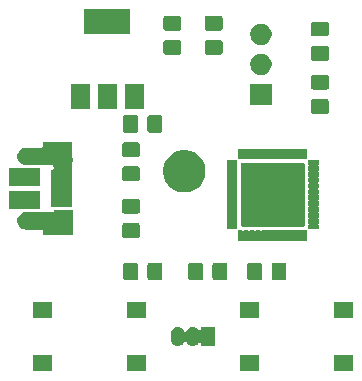
<source format=gbr>
G04 #@! TF.GenerationSoftware,KiCad,Pcbnew,(5.1.5)-3*
G04 #@! TF.CreationDate,2020-02-17T19:47:56+00:00*
G04 #@! TF.ProjectId,Pico-Telemetry,5069636f-2d54-4656-9c65-6d657472792e,rev?*
G04 #@! TF.SameCoordinates,Original*
G04 #@! TF.FileFunction,Soldermask,Top*
G04 #@! TF.FilePolarity,Negative*
%FSLAX46Y46*%
G04 Gerber Fmt 4.6, Leading zero omitted, Abs format (unit mm)*
G04 Created by KiCad (PCBNEW (5.1.5)-3) date 2020-02-17 19:47:56*
%MOMM*%
%LPD*%
G04 APERTURE LIST*
%ADD10C,0.100000*%
G04 APERTURE END LIST*
D10*
G36*
X175806000Y-109951000D02*
G01*
X174154000Y-109951000D01*
X174154000Y-108549000D01*
X175806000Y-108549000D01*
X175806000Y-109951000D01*
G37*
G36*
X167846000Y-109951000D02*
G01*
X166194000Y-109951000D01*
X166194000Y-108549000D01*
X167846000Y-108549000D01*
X167846000Y-109951000D01*
G37*
G36*
X193306000Y-109951000D02*
G01*
X191654000Y-109951000D01*
X191654000Y-108549000D01*
X193306000Y-108549000D01*
X193306000Y-109951000D01*
G37*
G36*
X185346000Y-109951000D02*
G01*
X183694000Y-109951000D01*
X183694000Y-108549000D01*
X185346000Y-108549000D01*
X185346000Y-109951000D01*
G37*
G36*
X179842916Y-106207334D02*
G01*
X179951492Y-106240271D01*
X179951495Y-106240272D01*
X179987601Y-106259571D01*
X180051557Y-106293756D01*
X180139264Y-106365736D01*
X180202383Y-106442646D01*
X180219702Y-106459965D01*
X180240077Y-106473579D01*
X180262716Y-106482957D01*
X180286749Y-106487737D01*
X180311253Y-106487737D01*
X180335286Y-106482957D01*
X180357925Y-106473579D01*
X180378299Y-106459966D01*
X180395626Y-106442639D01*
X180409240Y-106422264D01*
X180418618Y-106399625D01*
X180423398Y-106375592D01*
X180424000Y-106363340D01*
X180424000Y-106199000D01*
X181576000Y-106199000D01*
X181576000Y-107801000D01*
X180424000Y-107801000D01*
X180424000Y-107636660D01*
X180421598Y-107612274D01*
X180414485Y-107588825D01*
X180402934Y-107567214D01*
X180387389Y-107548272D01*
X180368447Y-107532727D01*
X180346836Y-107521176D01*
X180323387Y-107514063D01*
X180299001Y-107511661D01*
X180274615Y-107514063D01*
X180251166Y-107521176D01*
X180229555Y-107532727D01*
X180202381Y-107557356D01*
X180139264Y-107634264D01*
X180051556Y-107706244D01*
X179987600Y-107740429D01*
X179951494Y-107759728D01*
X179951491Y-107759729D01*
X179842915Y-107792666D01*
X179730000Y-107803787D01*
X179617084Y-107792666D01*
X179508508Y-107759729D01*
X179508505Y-107759728D01*
X179472399Y-107740429D01*
X179408443Y-107706244D01*
X179320736Y-107634264D01*
X179248756Y-107546556D01*
X179205239Y-107465140D01*
X179191625Y-107444766D01*
X179174298Y-107427439D01*
X179153924Y-107413825D01*
X179131285Y-107404448D01*
X179107251Y-107399668D01*
X179082747Y-107399668D01*
X179058714Y-107404449D01*
X179036075Y-107413826D01*
X179015701Y-107427440D01*
X178998374Y-107444767D01*
X178984762Y-107465140D01*
X178941244Y-107546557D01*
X178869264Y-107634264D01*
X178781556Y-107706244D01*
X178717600Y-107740429D01*
X178681494Y-107759728D01*
X178681491Y-107759729D01*
X178572915Y-107792666D01*
X178460000Y-107803787D01*
X178347084Y-107792666D01*
X178238508Y-107759729D01*
X178238505Y-107759728D01*
X178202399Y-107740429D01*
X178138443Y-107706244D01*
X178050736Y-107634264D01*
X177978756Y-107546556D01*
X177935239Y-107465140D01*
X177925272Y-107446494D01*
X177919492Y-107427440D01*
X177892334Y-107337915D01*
X177884000Y-107253297D01*
X177884000Y-106746702D01*
X177892334Y-106662084D01*
X177925271Y-106553508D01*
X177925272Y-106553505D01*
X177978756Y-106453445D01*
X177978757Y-106453443D01*
X178050737Y-106365736D01*
X178138444Y-106293756D01*
X178202400Y-106259571D01*
X178238506Y-106240272D01*
X178238509Y-106240271D01*
X178347085Y-106207334D01*
X178460000Y-106196213D01*
X178572916Y-106207334D01*
X178681492Y-106240271D01*
X178681495Y-106240272D01*
X178717601Y-106259571D01*
X178781557Y-106293756D01*
X178869264Y-106365736D01*
X178941244Y-106453443D01*
X178957019Y-106482957D01*
X178984761Y-106534859D01*
X178998375Y-106555234D01*
X179015702Y-106572561D01*
X179036076Y-106586174D01*
X179058715Y-106595552D01*
X179082748Y-106600332D01*
X179107252Y-106600332D01*
X179131285Y-106595552D01*
X179153924Y-106586174D01*
X179174299Y-106572560D01*
X179191626Y-106555233D01*
X179205239Y-106534859D01*
X179248756Y-106453445D01*
X179248757Y-106453443D01*
X179320737Y-106365736D01*
X179408444Y-106293756D01*
X179472400Y-106259571D01*
X179508506Y-106240272D01*
X179508509Y-106240271D01*
X179617085Y-106207334D01*
X179730000Y-106196213D01*
X179842916Y-106207334D01*
G37*
G36*
X175806000Y-105451000D02*
G01*
X174154000Y-105451000D01*
X174154000Y-104049000D01*
X175806000Y-104049000D01*
X175806000Y-105451000D01*
G37*
G36*
X193306000Y-105451000D02*
G01*
X191654000Y-105451000D01*
X191654000Y-104049000D01*
X193306000Y-104049000D01*
X193306000Y-105451000D01*
G37*
G36*
X167846000Y-105451000D02*
G01*
X166194000Y-105451000D01*
X166194000Y-104049000D01*
X167846000Y-104049000D01*
X167846000Y-105451000D01*
G37*
G36*
X185346000Y-105451000D02*
G01*
X183694000Y-105451000D01*
X183694000Y-104049000D01*
X185346000Y-104049000D01*
X185346000Y-105451000D01*
G37*
G36*
X174938674Y-100753465D02*
G01*
X174976367Y-100764899D01*
X175011103Y-100783466D01*
X175041548Y-100808452D01*
X175066534Y-100838897D01*
X175085101Y-100873633D01*
X175096535Y-100911326D01*
X175101000Y-100956661D01*
X175101000Y-102043339D01*
X175096535Y-102088674D01*
X175085101Y-102126367D01*
X175066534Y-102161103D01*
X175041548Y-102191548D01*
X175011103Y-102216534D01*
X174976367Y-102235101D01*
X174938674Y-102246535D01*
X174893339Y-102251000D01*
X174056661Y-102251000D01*
X174011326Y-102246535D01*
X173973633Y-102235101D01*
X173938897Y-102216534D01*
X173908452Y-102191548D01*
X173883466Y-102161103D01*
X173864899Y-102126367D01*
X173853465Y-102088674D01*
X173849000Y-102043339D01*
X173849000Y-100956661D01*
X173853465Y-100911326D01*
X173864899Y-100873633D01*
X173883466Y-100838897D01*
X173908452Y-100808452D01*
X173938897Y-100783466D01*
X173973633Y-100764899D01*
X174011326Y-100753465D01*
X174056661Y-100749000D01*
X174893339Y-100749000D01*
X174938674Y-100753465D01*
G37*
G36*
X176988674Y-100753465D02*
G01*
X177026367Y-100764899D01*
X177061103Y-100783466D01*
X177091548Y-100808452D01*
X177116534Y-100838897D01*
X177135101Y-100873633D01*
X177146535Y-100911326D01*
X177151000Y-100956661D01*
X177151000Y-102043339D01*
X177146535Y-102088674D01*
X177135101Y-102126367D01*
X177116534Y-102161103D01*
X177091548Y-102191548D01*
X177061103Y-102216534D01*
X177026367Y-102235101D01*
X176988674Y-102246535D01*
X176943339Y-102251000D01*
X176106661Y-102251000D01*
X176061326Y-102246535D01*
X176023633Y-102235101D01*
X175988897Y-102216534D01*
X175958452Y-102191548D01*
X175933466Y-102161103D01*
X175914899Y-102126367D01*
X175903465Y-102088674D01*
X175899000Y-102043339D01*
X175899000Y-100956661D01*
X175903465Y-100911326D01*
X175914899Y-100873633D01*
X175933466Y-100838897D01*
X175958452Y-100808452D01*
X175988897Y-100783466D01*
X176023633Y-100764899D01*
X176061326Y-100753465D01*
X176106661Y-100749000D01*
X176943339Y-100749000D01*
X176988674Y-100753465D01*
G37*
G36*
X185438674Y-100753465D02*
G01*
X185476367Y-100764899D01*
X185511103Y-100783466D01*
X185541548Y-100808452D01*
X185566534Y-100838897D01*
X185585101Y-100873633D01*
X185596535Y-100911326D01*
X185601000Y-100956661D01*
X185601000Y-102043339D01*
X185596535Y-102088674D01*
X185585101Y-102126367D01*
X185566534Y-102161103D01*
X185541548Y-102191548D01*
X185511103Y-102216534D01*
X185476367Y-102235101D01*
X185438674Y-102246535D01*
X185393339Y-102251000D01*
X184556661Y-102251000D01*
X184511326Y-102246535D01*
X184473633Y-102235101D01*
X184438897Y-102216534D01*
X184408452Y-102191548D01*
X184383466Y-102161103D01*
X184364899Y-102126367D01*
X184353465Y-102088674D01*
X184349000Y-102043339D01*
X184349000Y-100956661D01*
X184353465Y-100911326D01*
X184364899Y-100873633D01*
X184383466Y-100838897D01*
X184408452Y-100808452D01*
X184438897Y-100783466D01*
X184473633Y-100764899D01*
X184511326Y-100753465D01*
X184556661Y-100749000D01*
X185393339Y-100749000D01*
X185438674Y-100753465D01*
G37*
G36*
X187488674Y-100753465D02*
G01*
X187526367Y-100764899D01*
X187561103Y-100783466D01*
X187591548Y-100808452D01*
X187616534Y-100838897D01*
X187635101Y-100873633D01*
X187646535Y-100911326D01*
X187651000Y-100956661D01*
X187651000Y-102043339D01*
X187646535Y-102088674D01*
X187635101Y-102126367D01*
X187616534Y-102161103D01*
X187591548Y-102191548D01*
X187561103Y-102216534D01*
X187526367Y-102235101D01*
X187488674Y-102246535D01*
X187443339Y-102251000D01*
X186606661Y-102251000D01*
X186561326Y-102246535D01*
X186523633Y-102235101D01*
X186488897Y-102216534D01*
X186458452Y-102191548D01*
X186433466Y-102161103D01*
X186414899Y-102126367D01*
X186403465Y-102088674D01*
X186399000Y-102043339D01*
X186399000Y-100956661D01*
X186403465Y-100911326D01*
X186414899Y-100873633D01*
X186433466Y-100838897D01*
X186458452Y-100808452D01*
X186488897Y-100783466D01*
X186523633Y-100764899D01*
X186561326Y-100753465D01*
X186606661Y-100749000D01*
X187443339Y-100749000D01*
X187488674Y-100753465D01*
G37*
G36*
X180438674Y-100753465D02*
G01*
X180476367Y-100764899D01*
X180511103Y-100783466D01*
X180541548Y-100808452D01*
X180566534Y-100838897D01*
X180585101Y-100873633D01*
X180596535Y-100911326D01*
X180601000Y-100956661D01*
X180601000Y-102043339D01*
X180596535Y-102088674D01*
X180585101Y-102126367D01*
X180566534Y-102161103D01*
X180541548Y-102191548D01*
X180511103Y-102216534D01*
X180476367Y-102235101D01*
X180438674Y-102246535D01*
X180393339Y-102251000D01*
X179556661Y-102251000D01*
X179511326Y-102246535D01*
X179473633Y-102235101D01*
X179438897Y-102216534D01*
X179408452Y-102191548D01*
X179383466Y-102161103D01*
X179364899Y-102126367D01*
X179353465Y-102088674D01*
X179349000Y-102043339D01*
X179349000Y-100956661D01*
X179353465Y-100911326D01*
X179364899Y-100873633D01*
X179383466Y-100838897D01*
X179408452Y-100808452D01*
X179438897Y-100783466D01*
X179473633Y-100764899D01*
X179511326Y-100753465D01*
X179556661Y-100749000D01*
X180393339Y-100749000D01*
X180438674Y-100753465D01*
G37*
G36*
X182488674Y-100753465D02*
G01*
X182526367Y-100764899D01*
X182561103Y-100783466D01*
X182591548Y-100808452D01*
X182616534Y-100838897D01*
X182635101Y-100873633D01*
X182646535Y-100911326D01*
X182651000Y-100956661D01*
X182651000Y-102043339D01*
X182646535Y-102088674D01*
X182635101Y-102126367D01*
X182616534Y-102161103D01*
X182591548Y-102191548D01*
X182561103Y-102216534D01*
X182526367Y-102235101D01*
X182488674Y-102246535D01*
X182443339Y-102251000D01*
X181606661Y-102251000D01*
X181561326Y-102246535D01*
X181523633Y-102235101D01*
X181488897Y-102216534D01*
X181458452Y-102191548D01*
X181433466Y-102161103D01*
X181414899Y-102126367D01*
X181403465Y-102088674D01*
X181399000Y-102043339D01*
X181399000Y-100956661D01*
X181403465Y-100911326D01*
X181414899Y-100873633D01*
X181433466Y-100838897D01*
X181458452Y-100808452D01*
X181488897Y-100783466D01*
X181523633Y-100764899D01*
X181561326Y-100753465D01*
X181606661Y-100749000D01*
X182443339Y-100749000D01*
X182488674Y-100753465D01*
G37*
G36*
X183905355Y-91100083D02*
G01*
X183910029Y-91101501D01*
X183914330Y-91103800D01*
X183920702Y-91109029D01*
X183941076Y-91122643D01*
X183963715Y-91132020D01*
X183987749Y-91136800D01*
X184012253Y-91136800D01*
X184036286Y-91132019D01*
X184058925Y-91122642D01*
X184079298Y-91109029D01*
X184085670Y-91103800D01*
X184089971Y-91101501D01*
X184094645Y-91100083D01*
X184105641Y-91099000D01*
X184394359Y-91099000D01*
X184405355Y-91100083D01*
X184410029Y-91101501D01*
X184414330Y-91103800D01*
X184420702Y-91109029D01*
X184441076Y-91122643D01*
X184463715Y-91132020D01*
X184487749Y-91136800D01*
X184512253Y-91136800D01*
X184536286Y-91132019D01*
X184558925Y-91122642D01*
X184579298Y-91109029D01*
X184585670Y-91103800D01*
X184589971Y-91101501D01*
X184594645Y-91100083D01*
X184605641Y-91099000D01*
X184894359Y-91099000D01*
X184905355Y-91100083D01*
X184910029Y-91101501D01*
X184914330Y-91103800D01*
X184920702Y-91109029D01*
X184941076Y-91122643D01*
X184963715Y-91132020D01*
X184987749Y-91136800D01*
X185012253Y-91136800D01*
X185036286Y-91132019D01*
X185058925Y-91122642D01*
X185079298Y-91109029D01*
X185085670Y-91103800D01*
X185089971Y-91101501D01*
X185094645Y-91100083D01*
X185105641Y-91099000D01*
X185394359Y-91099000D01*
X185405355Y-91100083D01*
X185410029Y-91101501D01*
X185414330Y-91103800D01*
X185420702Y-91109029D01*
X185441076Y-91122643D01*
X185463715Y-91132020D01*
X185487749Y-91136800D01*
X185512253Y-91136800D01*
X185536286Y-91132019D01*
X185558925Y-91122642D01*
X185579298Y-91109029D01*
X185585670Y-91103800D01*
X185589971Y-91101501D01*
X185594645Y-91100083D01*
X185605641Y-91099000D01*
X185894359Y-91099000D01*
X185905355Y-91100083D01*
X185910029Y-91101501D01*
X185914330Y-91103800D01*
X185920702Y-91109029D01*
X185941076Y-91122643D01*
X185963715Y-91132020D01*
X185987749Y-91136800D01*
X186012253Y-91136800D01*
X186036286Y-91132019D01*
X186058925Y-91122642D01*
X186079298Y-91109029D01*
X186085670Y-91103800D01*
X186089971Y-91101501D01*
X186094645Y-91100083D01*
X186105641Y-91099000D01*
X186394359Y-91099000D01*
X186405355Y-91100083D01*
X186410029Y-91101501D01*
X186414330Y-91103800D01*
X186420702Y-91109029D01*
X186441076Y-91122643D01*
X186463715Y-91132020D01*
X186487749Y-91136800D01*
X186512253Y-91136800D01*
X186536286Y-91132019D01*
X186558925Y-91122642D01*
X186579298Y-91109029D01*
X186585670Y-91103800D01*
X186589971Y-91101501D01*
X186594645Y-91100083D01*
X186605641Y-91099000D01*
X186894359Y-91099000D01*
X186905355Y-91100083D01*
X186910029Y-91101501D01*
X186914330Y-91103800D01*
X186920702Y-91109029D01*
X186941076Y-91122643D01*
X186963715Y-91132020D01*
X186987749Y-91136800D01*
X187012253Y-91136800D01*
X187036286Y-91132019D01*
X187058925Y-91122642D01*
X187079298Y-91109029D01*
X187085670Y-91103800D01*
X187089971Y-91101501D01*
X187094645Y-91100083D01*
X187105641Y-91099000D01*
X187394359Y-91099000D01*
X187405355Y-91100083D01*
X187410029Y-91101501D01*
X187414330Y-91103800D01*
X187420702Y-91109029D01*
X187441076Y-91122643D01*
X187463715Y-91132020D01*
X187487749Y-91136800D01*
X187512253Y-91136800D01*
X187536286Y-91132019D01*
X187558925Y-91122642D01*
X187579298Y-91109029D01*
X187585670Y-91103800D01*
X187589971Y-91101501D01*
X187594645Y-91100083D01*
X187605641Y-91099000D01*
X187894359Y-91099000D01*
X187905355Y-91100083D01*
X187910029Y-91101501D01*
X187914330Y-91103800D01*
X187920702Y-91109029D01*
X187941076Y-91122643D01*
X187963715Y-91132020D01*
X187987749Y-91136800D01*
X188012253Y-91136800D01*
X188036286Y-91132019D01*
X188058925Y-91122642D01*
X188079298Y-91109029D01*
X188085670Y-91103800D01*
X188089971Y-91101501D01*
X188094645Y-91100083D01*
X188105641Y-91099000D01*
X188394359Y-91099000D01*
X188405355Y-91100083D01*
X188410029Y-91101501D01*
X188414330Y-91103800D01*
X188420702Y-91109029D01*
X188441076Y-91122643D01*
X188463715Y-91132020D01*
X188487749Y-91136800D01*
X188512253Y-91136800D01*
X188536286Y-91132019D01*
X188558925Y-91122642D01*
X188579298Y-91109029D01*
X188585670Y-91103800D01*
X188589971Y-91101501D01*
X188594645Y-91100083D01*
X188605641Y-91099000D01*
X188894359Y-91099000D01*
X188905355Y-91100083D01*
X188910029Y-91101501D01*
X188914330Y-91103800D01*
X188920702Y-91109029D01*
X188941076Y-91122643D01*
X188963715Y-91132020D01*
X188987749Y-91136800D01*
X189012253Y-91136800D01*
X189036286Y-91132019D01*
X189058925Y-91122642D01*
X189079298Y-91109029D01*
X189085670Y-91103800D01*
X189089971Y-91101501D01*
X189094645Y-91100083D01*
X189105641Y-91099000D01*
X189394359Y-91099000D01*
X189405355Y-91100083D01*
X189410029Y-91101501D01*
X189414331Y-91103800D01*
X189418104Y-91106896D01*
X189421200Y-91110669D01*
X189423499Y-91114971D01*
X189424917Y-91119645D01*
X189426000Y-91130641D01*
X189426000Y-91949001D01*
X189428402Y-91973387D01*
X189435515Y-91996836D01*
X189447066Y-92018447D01*
X189462611Y-92037389D01*
X189481553Y-92052934D01*
X189503164Y-92064485D01*
X189526613Y-92071598D01*
X189550999Y-92074000D01*
X190369359Y-92074000D01*
X190380355Y-92075083D01*
X190385029Y-92076501D01*
X190389331Y-92078800D01*
X190393104Y-92081896D01*
X190396200Y-92085669D01*
X190398499Y-92089971D01*
X190399917Y-92094645D01*
X190401000Y-92105641D01*
X190401000Y-92394359D01*
X190399917Y-92405355D01*
X190398499Y-92410029D01*
X190396200Y-92414330D01*
X190390971Y-92420702D01*
X190377357Y-92441076D01*
X190367980Y-92463715D01*
X190363200Y-92487749D01*
X190363200Y-92512253D01*
X190367981Y-92536286D01*
X190377358Y-92558925D01*
X190390971Y-92579298D01*
X190396200Y-92585670D01*
X190398499Y-92589971D01*
X190399917Y-92594645D01*
X190401000Y-92605641D01*
X190401000Y-92894359D01*
X190399917Y-92905355D01*
X190398499Y-92910029D01*
X190396200Y-92914330D01*
X190390971Y-92920702D01*
X190377357Y-92941076D01*
X190367980Y-92963715D01*
X190363200Y-92987749D01*
X190363200Y-93012253D01*
X190367981Y-93036286D01*
X190377358Y-93058925D01*
X190390971Y-93079298D01*
X190396200Y-93085670D01*
X190398499Y-93089971D01*
X190399917Y-93094645D01*
X190401000Y-93105641D01*
X190401000Y-93394359D01*
X190399917Y-93405355D01*
X190398499Y-93410029D01*
X190396200Y-93414330D01*
X190390971Y-93420702D01*
X190377357Y-93441076D01*
X190367980Y-93463715D01*
X190363200Y-93487749D01*
X190363200Y-93512253D01*
X190367981Y-93536286D01*
X190377358Y-93558925D01*
X190390971Y-93579298D01*
X190396200Y-93585670D01*
X190398499Y-93589971D01*
X190399917Y-93594645D01*
X190401000Y-93605641D01*
X190401000Y-93894359D01*
X190399917Y-93905355D01*
X190398499Y-93910029D01*
X190396200Y-93914330D01*
X190390971Y-93920702D01*
X190377357Y-93941076D01*
X190367980Y-93963715D01*
X190363200Y-93987749D01*
X190363200Y-94012253D01*
X190367981Y-94036286D01*
X190377358Y-94058925D01*
X190390971Y-94079298D01*
X190396200Y-94085670D01*
X190398499Y-94089971D01*
X190399917Y-94094645D01*
X190401000Y-94105641D01*
X190401000Y-94394359D01*
X190399917Y-94405355D01*
X190398499Y-94410029D01*
X190396200Y-94414330D01*
X190390971Y-94420702D01*
X190377357Y-94441076D01*
X190367980Y-94463715D01*
X190363200Y-94487749D01*
X190363200Y-94512253D01*
X190367981Y-94536286D01*
X190377358Y-94558925D01*
X190390971Y-94579298D01*
X190396200Y-94585670D01*
X190398499Y-94589971D01*
X190399917Y-94594645D01*
X190401000Y-94605641D01*
X190401000Y-94894359D01*
X190399917Y-94905355D01*
X190398499Y-94910029D01*
X190396200Y-94914330D01*
X190390971Y-94920702D01*
X190377357Y-94941076D01*
X190367980Y-94963715D01*
X190363200Y-94987749D01*
X190363200Y-95012253D01*
X190367981Y-95036286D01*
X190377358Y-95058925D01*
X190390971Y-95079298D01*
X190396200Y-95085670D01*
X190398499Y-95089971D01*
X190399917Y-95094645D01*
X190401000Y-95105641D01*
X190401000Y-95394359D01*
X190399917Y-95405355D01*
X190398499Y-95410029D01*
X190396200Y-95414330D01*
X190390971Y-95420702D01*
X190377357Y-95441076D01*
X190367980Y-95463715D01*
X190363200Y-95487749D01*
X190363200Y-95512253D01*
X190367981Y-95536286D01*
X190377358Y-95558925D01*
X190390971Y-95579298D01*
X190396200Y-95585670D01*
X190398499Y-95589971D01*
X190399917Y-95594645D01*
X190401000Y-95605641D01*
X190401000Y-95894359D01*
X190399917Y-95905355D01*
X190398499Y-95910029D01*
X190396200Y-95914330D01*
X190390971Y-95920702D01*
X190377357Y-95941076D01*
X190367980Y-95963715D01*
X190363200Y-95987749D01*
X190363200Y-96012253D01*
X190367981Y-96036286D01*
X190377358Y-96058925D01*
X190390971Y-96079298D01*
X190396200Y-96085670D01*
X190398499Y-96089971D01*
X190399917Y-96094645D01*
X190401000Y-96105641D01*
X190401000Y-96394359D01*
X190399917Y-96405355D01*
X190398499Y-96410029D01*
X190396200Y-96414330D01*
X190390971Y-96420702D01*
X190377357Y-96441076D01*
X190367980Y-96463715D01*
X190363200Y-96487749D01*
X190363200Y-96512253D01*
X190367981Y-96536286D01*
X190377358Y-96558925D01*
X190390971Y-96579298D01*
X190396200Y-96585670D01*
X190398499Y-96589971D01*
X190399917Y-96594645D01*
X190401000Y-96605641D01*
X190401000Y-96894359D01*
X190399917Y-96905355D01*
X190398499Y-96910029D01*
X190396200Y-96914330D01*
X190390971Y-96920702D01*
X190377357Y-96941076D01*
X190367980Y-96963715D01*
X190363200Y-96987749D01*
X190363200Y-97012253D01*
X190367981Y-97036286D01*
X190377358Y-97058925D01*
X190390971Y-97079298D01*
X190396200Y-97085670D01*
X190398499Y-97089971D01*
X190399917Y-97094645D01*
X190401000Y-97105641D01*
X190401000Y-97394359D01*
X190399917Y-97405355D01*
X190398499Y-97410029D01*
X190396200Y-97414330D01*
X190390971Y-97420702D01*
X190377357Y-97441076D01*
X190367980Y-97463715D01*
X190363200Y-97487749D01*
X190363200Y-97512253D01*
X190367981Y-97536286D01*
X190377358Y-97558925D01*
X190390971Y-97579298D01*
X190396200Y-97585670D01*
X190398499Y-97589971D01*
X190399917Y-97594645D01*
X190401000Y-97605641D01*
X190401000Y-97894359D01*
X190399917Y-97905355D01*
X190398499Y-97910029D01*
X190396200Y-97914331D01*
X190393104Y-97918104D01*
X190389331Y-97921200D01*
X190385029Y-97923499D01*
X190380355Y-97924917D01*
X190369359Y-97926000D01*
X189550999Y-97926000D01*
X189526613Y-97928402D01*
X189503164Y-97935515D01*
X189481553Y-97947066D01*
X189462611Y-97962611D01*
X189447066Y-97981553D01*
X189435515Y-98003164D01*
X189428402Y-98026613D01*
X189426000Y-98050999D01*
X189426000Y-98869359D01*
X189424917Y-98880355D01*
X189423499Y-98885029D01*
X189421200Y-98889331D01*
X189418104Y-98893104D01*
X189414331Y-98896200D01*
X189410029Y-98898499D01*
X189405355Y-98899917D01*
X189394359Y-98901000D01*
X189105641Y-98901000D01*
X189094645Y-98899917D01*
X189089971Y-98898499D01*
X189085670Y-98896200D01*
X189079298Y-98890971D01*
X189058924Y-98877357D01*
X189036285Y-98867980D01*
X189012251Y-98863200D01*
X188987747Y-98863200D01*
X188963714Y-98867981D01*
X188941075Y-98877358D01*
X188920702Y-98890971D01*
X188914330Y-98896200D01*
X188910029Y-98898499D01*
X188905355Y-98899917D01*
X188894359Y-98901000D01*
X188605641Y-98901000D01*
X188594645Y-98899917D01*
X188589971Y-98898499D01*
X188585670Y-98896200D01*
X188579298Y-98890971D01*
X188558924Y-98877357D01*
X188536285Y-98867980D01*
X188512251Y-98863200D01*
X188487747Y-98863200D01*
X188463714Y-98867981D01*
X188441075Y-98877358D01*
X188420702Y-98890971D01*
X188414330Y-98896200D01*
X188410029Y-98898499D01*
X188405355Y-98899917D01*
X188394359Y-98901000D01*
X188105641Y-98901000D01*
X188094645Y-98899917D01*
X188089971Y-98898499D01*
X188085670Y-98896200D01*
X188079298Y-98890971D01*
X188058924Y-98877357D01*
X188036285Y-98867980D01*
X188012251Y-98863200D01*
X187987747Y-98863200D01*
X187963714Y-98867981D01*
X187941075Y-98877358D01*
X187920702Y-98890971D01*
X187914330Y-98896200D01*
X187910029Y-98898499D01*
X187905355Y-98899917D01*
X187894359Y-98901000D01*
X187605641Y-98901000D01*
X187594645Y-98899917D01*
X187589971Y-98898499D01*
X187585670Y-98896200D01*
X187579298Y-98890971D01*
X187558924Y-98877357D01*
X187536285Y-98867980D01*
X187512251Y-98863200D01*
X187487747Y-98863200D01*
X187463714Y-98867981D01*
X187441075Y-98877358D01*
X187420702Y-98890971D01*
X187414330Y-98896200D01*
X187410029Y-98898499D01*
X187405355Y-98899917D01*
X187394359Y-98901000D01*
X187105641Y-98901000D01*
X187094645Y-98899917D01*
X187089971Y-98898499D01*
X187085670Y-98896200D01*
X187079298Y-98890971D01*
X187058924Y-98877357D01*
X187036285Y-98867980D01*
X187012251Y-98863200D01*
X186987747Y-98863200D01*
X186963714Y-98867981D01*
X186941075Y-98877358D01*
X186920702Y-98890971D01*
X186914330Y-98896200D01*
X186910029Y-98898499D01*
X186905355Y-98899917D01*
X186894359Y-98901000D01*
X186605641Y-98901000D01*
X186594645Y-98899917D01*
X186589971Y-98898499D01*
X186585670Y-98896200D01*
X186579298Y-98890971D01*
X186558924Y-98877357D01*
X186536285Y-98867980D01*
X186512251Y-98863200D01*
X186487747Y-98863200D01*
X186463714Y-98867981D01*
X186441075Y-98877358D01*
X186420702Y-98890971D01*
X186414330Y-98896200D01*
X186410029Y-98898499D01*
X186405355Y-98899917D01*
X186394359Y-98901000D01*
X186105641Y-98901000D01*
X186094645Y-98899917D01*
X186089971Y-98898499D01*
X186085670Y-98896200D01*
X186079298Y-98890971D01*
X186058924Y-98877357D01*
X186036285Y-98867980D01*
X186012251Y-98863200D01*
X185987747Y-98863200D01*
X185963714Y-98867981D01*
X185941075Y-98877358D01*
X185920702Y-98890971D01*
X185914330Y-98896200D01*
X185910029Y-98898499D01*
X185905355Y-98899917D01*
X185894359Y-98901000D01*
X185605641Y-98901000D01*
X185594645Y-98899917D01*
X185589971Y-98898499D01*
X185585670Y-98896200D01*
X185579298Y-98890971D01*
X185558924Y-98877357D01*
X185536285Y-98867980D01*
X185512251Y-98863200D01*
X185487747Y-98863200D01*
X185463714Y-98867981D01*
X185441075Y-98877358D01*
X185420702Y-98890971D01*
X185414330Y-98896200D01*
X185410029Y-98898499D01*
X185405355Y-98899917D01*
X185394359Y-98901000D01*
X185105641Y-98901000D01*
X185094645Y-98899917D01*
X185089971Y-98898499D01*
X185085670Y-98896200D01*
X185079298Y-98890971D01*
X185058924Y-98877357D01*
X185036285Y-98867980D01*
X185012251Y-98863200D01*
X184987747Y-98863200D01*
X184963714Y-98867981D01*
X184941075Y-98877358D01*
X184920702Y-98890971D01*
X184914330Y-98896200D01*
X184910029Y-98898499D01*
X184905355Y-98899917D01*
X184894359Y-98901000D01*
X184605641Y-98901000D01*
X184594645Y-98899917D01*
X184589971Y-98898499D01*
X184585670Y-98896200D01*
X184579298Y-98890971D01*
X184558924Y-98877357D01*
X184536285Y-98867980D01*
X184512251Y-98863200D01*
X184487747Y-98863200D01*
X184463714Y-98867981D01*
X184441075Y-98877358D01*
X184420702Y-98890971D01*
X184414330Y-98896200D01*
X184410029Y-98898499D01*
X184405355Y-98899917D01*
X184394359Y-98901000D01*
X184105641Y-98901000D01*
X184094645Y-98899917D01*
X184089971Y-98898499D01*
X184085670Y-98896200D01*
X184079298Y-98890971D01*
X184058924Y-98877357D01*
X184036285Y-98867980D01*
X184012251Y-98863200D01*
X183987747Y-98863200D01*
X183963714Y-98867981D01*
X183941075Y-98877358D01*
X183920702Y-98890971D01*
X183914330Y-98896200D01*
X183910029Y-98898499D01*
X183905355Y-98899917D01*
X183894359Y-98901000D01*
X183605641Y-98901000D01*
X183594645Y-98899917D01*
X183589971Y-98898499D01*
X183585669Y-98896200D01*
X183581896Y-98893104D01*
X183578800Y-98889331D01*
X183576501Y-98885029D01*
X183575083Y-98880355D01*
X183574000Y-98869359D01*
X183574000Y-98050999D01*
X183571598Y-98026613D01*
X183564485Y-98003164D01*
X183552934Y-97981553D01*
X183537389Y-97962611D01*
X183518447Y-97947066D01*
X183496836Y-97935515D01*
X183473387Y-97928402D01*
X183449001Y-97926000D01*
X182630641Y-97926000D01*
X182619645Y-97924917D01*
X182614971Y-97923499D01*
X182610669Y-97921200D01*
X182606896Y-97918104D01*
X182603800Y-97914331D01*
X182601501Y-97910029D01*
X182600083Y-97905355D01*
X182599000Y-97894359D01*
X182599000Y-97605641D01*
X182600083Y-97594645D01*
X182601501Y-97589971D01*
X182603800Y-97585670D01*
X182609029Y-97579298D01*
X182622643Y-97558924D01*
X182632020Y-97536285D01*
X182636800Y-97512251D01*
X182636800Y-97487747D01*
X182632019Y-97463714D01*
X182622642Y-97441075D01*
X182609029Y-97420702D01*
X182603800Y-97414330D01*
X182601501Y-97410029D01*
X182600083Y-97405355D01*
X182599000Y-97394359D01*
X182599000Y-97105641D01*
X182600083Y-97094645D01*
X182601501Y-97089971D01*
X182603800Y-97085670D01*
X182609029Y-97079298D01*
X182622643Y-97058924D01*
X182632020Y-97036285D01*
X182636800Y-97012251D01*
X182636800Y-96987747D01*
X182632019Y-96963714D01*
X182622642Y-96941075D01*
X182609029Y-96920702D01*
X182603800Y-96914330D01*
X182601501Y-96910029D01*
X182600083Y-96905355D01*
X182599000Y-96894359D01*
X182599000Y-96605641D01*
X182600083Y-96594645D01*
X182601501Y-96589971D01*
X182603800Y-96585670D01*
X182609029Y-96579298D01*
X182622643Y-96558924D01*
X182632020Y-96536285D01*
X182636800Y-96512251D01*
X182636800Y-96487747D01*
X182632019Y-96463714D01*
X182622642Y-96441075D01*
X182609029Y-96420702D01*
X182603800Y-96414330D01*
X182601501Y-96410029D01*
X182600083Y-96405355D01*
X182599000Y-96394359D01*
X182599000Y-96105641D01*
X182600083Y-96094645D01*
X182601501Y-96089971D01*
X182603800Y-96085670D01*
X182609029Y-96079298D01*
X182622643Y-96058924D01*
X182632020Y-96036285D01*
X182636800Y-96012251D01*
X182636800Y-95987747D01*
X182632019Y-95963714D01*
X182622642Y-95941075D01*
X182609029Y-95920702D01*
X182603800Y-95914330D01*
X182601501Y-95910029D01*
X182600083Y-95905355D01*
X182599000Y-95894359D01*
X182599000Y-95605641D01*
X182600083Y-95594645D01*
X182601501Y-95589971D01*
X182603800Y-95585670D01*
X182609029Y-95579298D01*
X182622643Y-95558924D01*
X182632020Y-95536285D01*
X182636800Y-95512251D01*
X182636800Y-95487747D01*
X182632019Y-95463714D01*
X182622642Y-95441075D01*
X182609029Y-95420702D01*
X182603800Y-95414330D01*
X182601501Y-95410029D01*
X182600083Y-95405355D01*
X182599000Y-95394359D01*
X182599000Y-95105641D01*
X182600083Y-95094645D01*
X182601501Y-95089971D01*
X182603800Y-95085670D01*
X182609029Y-95079298D01*
X182622643Y-95058924D01*
X182632020Y-95036285D01*
X182636800Y-95012251D01*
X182636800Y-94987747D01*
X182632019Y-94963714D01*
X182622642Y-94941075D01*
X182609029Y-94920702D01*
X182603800Y-94914330D01*
X182601501Y-94910029D01*
X182600083Y-94905355D01*
X182599000Y-94894359D01*
X182599000Y-94605641D01*
X182600083Y-94594645D01*
X182601501Y-94589971D01*
X182603800Y-94585670D01*
X182609029Y-94579298D01*
X182622643Y-94558924D01*
X182632020Y-94536285D01*
X182636800Y-94512251D01*
X182636800Y-94487747D01*
X182632019Y-94463714D01*
X182622642Y-94441075D01*
X182609029Y-94420702D01*
X182603800Y-94414330D01*
X182601501Y-94410029D01*
X182600083Y-94405355D01*
X182599000Y-94394359D01*
X182599000Y-94105641D01*
X182600083Y-94094645D01*
X182601501Y-94089971D01*
X182603800Y-94085670D01*
X182609029Y-94079298D01*
X182622643Y-94058924D01*
X182632020Y-94036285D01*
X182636800Y-94012251D01*
X182636800Y-93987747D01*
X182632019Y-93963714D01*
X182622642Y-93941075D01*
X182609029Y-93920702D01*
X182603800Y-93914330D01*
X182601501Y-93910029D01*
X182600083Y-93905355D01*
X182599000Y-93894359D01*
X182599000Y-93605641D01*
X182600083Y-93594645D01*
X182601501Y-93589971D01*
X182603800Y-93585670D01*
X182609029Y-93579298D01*
X182622643Y-93558924D01*
X182632020Y-93536285D01*
X182636800Y-93512251D01*
X182636800Y-93487747D01*
X182632019Y-93463714D01*
X182622642Y-93441075D01*
X182609029Y-93420702D01*
X182603800Y-93414330D01*
X182601501Y-93410029D01*
X182600083Y-93405355D01*
X182599000Y-93394359D01*
X182599000Y-93105641D01*
X182600083Y-93094645D01*
X182601501Y-93089971D01*
X182603800Y-93085670D01*
X182609029Y-93079298D01*
X182622643Y-93058924D01*
X182632020Y-93036285D01*
X182636800Y-93012251D01*
X182636800Y-92987747D01*
X182632019Y-92963714D01*
X182622642Y-92941075D01*
X182609029Y-92920702D01*
X182603800Y-92914330D01*
X182601501Y-92910029D01*
X182600083Y-92905355D01*
X182599000Y-92894359D01*
X182599000Y-92605641D01*
X182600083Y-92594645D01*
X182601501Y-92589971D01*
X182603800Y-92585670D01*
X182609029Y-92579298D01*
X182622643Y-92558924D01*
X182632020Y-92536285D01*
X182636800Y-92512251D01*
X182636800Y-92487749D01*
X183463200Y-92487749D01*
X183463200Y-92512253D01*
X183467981Y-92536286D01*
X183477358Y-92558925D01*
X183490971Y-92579298D01*
X183496200Y-92585670D01*
X183498499Y-92589971D01*
X183499917Y-92594645D01*
X183501000Y-92605641D01*
X183501000Y-92894359D01*
X183499917Y-92905355D01*
X183498499Y-92910029D01*
X183496200Y-92914330D01*
X183490971Y-92920702D01*
X183477357Y-92941076D01*
X183467980Y-92963715D01*
X183463200Y-92987749D01*
X183463200Y-93012253D01*
X183467981Y-93036286D01*
X183477358Y-93058925D01*
X183490971Y-93079298D01*
X183496200Y-93085670D01*
X183498499Y-93089971D01*
X183499917Y-93094645D01*
X183501000Y-93105641D01*
X183501000Y-93394359D01*
X183499917Y-93405355D01*
X183498499Y-93410029D01*
X183496200Y-93414330D01*
X183490971Y-93420702D01*
X183477357Y-93441076D01*
X183467980Y-93463715D01*
X183463200Y-93487749D01*
X183463200Y-93512253D01*
X183467981Y-93536286D01*
X183477358Y-93558925D01*
X183490971Y-93579298D01*
X183496200Y-93585670D01*
X183498499Y-93589971D01*
X183499917Y-93594645D01*
X183501000Y-93605641D01*
X183501000Y-93894359D01*
X183499917Y-93905355D01*
X183498499Y-93910029D01*
X183496200Y-93914330D01*
X183490971Y-93920702D01*
X183477357Y-93941076D01*
X183467980Y-93963715D01*
X183463200Y-93987749D01*
X183463200Y-94012253D01*
X183467981Y-94036286D01*
X183477358Y-94058925D01*
X183490971Y-94079298D01*
X183496200Y-94085670D01*
X183498499Y-94089971D01*
X183499917Y-94094645D01*
X183501000Y-94105641D01*
X183501000Y-94394359D01*
X183499917Y-94405355D01*
X183498499Y-94410029D01*
X183496200Y-94414330D01*
X183490971Y-94420702D01*
X183477357Y-94441076D01*
X183467980Y-94463715D01*
X183463200Y-94487749D01*
X183463200Y-94512253D01*
X183467981Y-94536286D01*
X183477358Y-94558925D01*
X183490971Y-94579298D01*
X183496200Y-94585670D01*
X183498499Y-94589971D01*
X183499917Y-94594645D01*
X183501000Y-94605641D01*
X183501000Y-94894359D01*
X183499917Y-94905355D01*
X183498499Y-94910029D01*
X183496200Y-94914330D01*
X183490971Y-94920702D01*
X183477357Y-94941076D01*
X183467980Y-94963715D01*
X183463200Y-94987749D01*
X183463200Y-95012253D01*
X183467981Y-95036286D01*
X183477358Y-95058925D01*
X183490971Y-95079298D01*
X183496200Y-95085670D01*
X183498499Y-95089971D01*
X183499917Y-95094645D01*
X183501000Y-95105641D01*
X183501000Y-95394359D01*
X183499917Y-95405355D01*
X183498499Y-95410029D01*
X183496200Y-95414330D01*
X183490971Y-95420702D01*
X183477357Y-95441076D01*
X183467980Y-95463715D01*
X183463200Y-95487749D01*
X183463200Y-95512253D01*
X183467981Y-95536286D01*
X183477358Y-95558925D01*
X183490971Y-95579298D01*
X183496200Y-95585670D01*
X183498499Y-95589971D01*
X183499917Y-95594645D01*
X183501000Y-95605641D01*
X183501000Y-95894359D01*
X183499917Y-95905355D01*
X183498499Y-95910029D01*
X183496200Y-95914330D01*
X183490971Y-95920702D01*
X183477357Y-95941076D01*
X183467980Y-95963715D01*
X183463200Y-95987749D01*
X183463200Y-96012253D01*
X183467981Y-96036286D01*
X183477358Y-96058925D01*
X183490971Y-96079298D01*
X183496200Y-96085670D01*
X183498499Y-96089971D01*
X183499917Y-96094645D01*
X183501000Y-96105641D01*
X183501000Y-96394359D01*
X183499917Y-96405355D01*
X183498499Y-96410029D01*
X183496200Y-96414330D01*
X183490971Y-96420702D01*
X183477357Y-96441076D01*
X183467980Y-96463715D01*
X183463200Y-96487749D01*
X183463200Y-96512253D01*
X183467981Y-96536286D01*
X183477358Y-96558925D01*
X183490971Y-96579298D01*
X183496200Y-96585670D01*
X183498499Y-96589971D01*
X183499917Y-96594645D01*
X183501000Y-96605641D01*
X183501000Y-96894359D01*
X183499917Y-96905355D01*
X183498499Y-96910029D01*
X183496200Y-96914330D01*
X183490971Y-96920702D01*
X183477357Y-96941076D01*
X183467980Y-96963715D01*
X183463200Y-96987749D01*
X183463200Y-97012253D01*
X183467981Y-97036286D01*
X183477358Y-97058925D01*
X183490971Y-97079298D01*
X183496200Y-97085670D01*
X183498499Y-97089971D01*
X183499917Y-97094645D01*
X183501000Y-97105641D01*
X183501000Y-97394359D01*
X183499917Y-97405355D01*
X183498499Y-97410029D01*
X183496200Y-97414330D01*
X183490971Y-97420702D01*
X183477357Y-97441076D01*
X183467980Y-97463715D01*
X183463200Y-97487749D01*
X183463200Y-97512253D01*
X183467981Y-97536286D01*
X183477358Y-97558925D01*
X183490971Y-97579298D01*
X183496200Y-97585670D01*
X183498499Y-97589971D01*
X183499917Y-97594645D01*
X183501000Y-97605641D01*
X183501000Y-97874001D01*
X183503402Y-97898387D01*
X183510515Y-97921836D01*
X183522066Y-97943447D01*
X183537611Y-97962389D01*
X183556553Y-97977934D01*
X183578164Y-97989485D01*
X183601613Y-97996598D01*
X183625999Y-97999000D01*
X183894359Y-97999000D01*
X183905355Y-98000083D01*
X183910029Y-98001501D01*
X183914330Y-98003800D01*
X183920702Y-98009029D01*
X183941076Y-98022643D01*
X183963715Y-98032020D01*
X183987749Y-98036800D01*
X184012253Y-98036800D01*
X184036286Y-98032019D01*
X184058925Y-98022642D01*
X184079298Y-98009029D01*
X184085670Y-98003800D01*
X184089971Y-98001501D01*
X184094645Y-98000083D01*
X184105641Y-97999000D01*
X184394359Y-97999000D01*
X184405355Y-98000083D01*
X184410029Y-98001501D01*
X184414330Y-98003800D01*
X184420702Y-98009029D01*
X184441076Y-98022643D01*
X184463715Y-98032020D01*
X184487749Y-98036800D01*
X184512253Y-98036800D01*
X184536286Y-98032019D01*
X184558925Y-98022642D01*
X184579298Y-98009029D01*
X184585670Y-98003800D01*
X184589971Y-98001501D01*
X184594645Y-98000083D01*
X184605641Y-97999000D01*
X184894359Y-97999000D01*
X184905355Y-98000083D01*
X184910029Y-98001501D01*
X184914330Y-98003800D01*
X184920702Y-98009029D01*
X184941076Y-98022643D01*
X184963715Y-98032020D01*
X184987749Y-98036800D01*
X185012253Y-98036800D01*
X185036286Y-98032019D01*
X185058925Y-98022642D01*
X185079298Y-98009029D01*
X185085670Y-98003800D01*
X185089971Y-98001501D01*
X185094645Y-98000083D01*
X185105641Y-97999000D01*
X185394359Y-97999000D01*
X185405355Y-98000083D01*
X185410029Y-98001501D01*
X185414330Y-98003800D01*
X185420702Y-98009029D01*
X185441076Y-98022643D01*
X185463715Y-98032020D01*
X185487749Y-98036800D01*
X185512253Y-98036800D01*
X185536286Y-98032019D01*
X185558925Y-98022642D01*
X185579298Y-98009029D01*
X185585670Y-98003800D01*
X185589971Y-98001501D01*
X185594645Y-98000083D01*
X185605641Y-97999000D01*
X185894359Y-97999000D01*
X185905355Y-98000083D01*
X185910029Y-98001501D01*
X185914330Y-98003800D01*
X185920702Y-98009029D01*
X185941076Y-98022643D01*
X185963715Y-98032020D01*
X185987749Y-98036800D01*
X186012253Y-98036800D01*
X186036286Y-98032019D01*
X186058925Y-98022642D01*
X186079298Y-98009029D01*
X186085670Y-98003800D01*
X186089971Y-98001501D01*
X186094645Y-98000083D01*
X186105641Y-97999000D01*
X186394359Y-97999000D01*
X186405355Y-98000083D01*
X186410029Y-98001501D01*
X186414330Y-98003800D01*
X186420702Y-98009029D01*
X186441076Y-98022643D01*
X186463715Y-98032020D01*
X186487749Y-98036800D01*
X186512253Y-98036800D01*
X186536286Y-98032019D01*
X186558925Y-98022642D01*
X186579298Y-98009029D01*
X186585670Y-98003800D01*
X186589971Y-98001501D01*
X186594645Y-98000083D01*
X186605641Y-97999000D01*
X186894359Y-97999000D01*
X186905355Y-98000083D01*
X186910029Y-98001501D01*
X186914330Y-98003800D01*
X186920702Y-98009029D01*
X186941076Y-98022643D01*
X186963715Y-98032020D01*
X186987749Y-98036800D01*
X187012253Y-98036800D01*
X187036286Y-98032019D01*
X187058925Y-98022642D01*
X187079298Y-98009029D01*
X187085670Y-98003800D01*
X187089971Y-98001501D01*
X187094645Y-98000083D01*
X187105641Y-97999000D01*
X187394359Y-97999000D01*
X187405355Y-98000083D01*
X187410029Y-98001501D01*
X187414330Y-98003800D01*
X187420702Y-98009029D01*
X187441076Y-98022643D01*
X187463715Y-98032020D01*
X187487749Y-98036800D01*
X187512253Y-98036800D01*
X187536286Y-98032019D01*
X187558925Y-98022642D01*
X187579298Y-98009029D01*
X187585670Y-98003800D01*
X187589971Y-98001501D01*
X187594645Y-98000083D01*
X187605641Y-97999000D01*
X187894359Y-97999000D01*
X187905355Y-98000083D01*
X187910029Y-98001501D01*
X187914330Y-98003800D01*
X187920702Y-98009029D01*
X187941076Y-98022643D01*
X187963715Y-98032020D01*
X187987749Y-98036800D01*
X188012253Y-98036800D01*
X188036286Y-98032019D01*
X188058925Y-98022642D01*
X188079298Y-98009029D01*
X188085670Y-98003800D01*
X188089971Y-98001501D01*
X188094645Y-98000083D01*
X188105641Y-97999000D01*
X188394359Y-97999000D01*
X188405355Y-98000083D01*
X188410029Y-98001501D01*
X188414330Y-98003800D01*
X188420702Y-98009029D01*
X188441076Y-98022643D01*
X188463715Y-98032020D01*
X188487749Y-98036800D01*
X188512253Y-98036800D01*
X188536286Y-98032019D01*
X188558925Y-98022642D01*
X188579298Y-98009029D01*
X188585670Y-98003800D01*
X188589971Y-98001501D01*
X188594645Y-98000083D01*
X188605641Y-97999000D01*
X188894359Y-97999000D01*
X188905355Y-98000083D01*
X188910029Y-98001501D01*
X188914330Y-98003800D01*
X188920702Y-98009029D01*
X188941076Y-98022643D01*
X188963715Y-98032020D01*
X188987749Y-98036800D01*
X189012253Y-98036800D01*
X189036286Y-98032019D01*
X189058925Y-98022642D01*
X189079298Y-98009029D01*
X189085670Y-98003800D01*
X189089971Y-98001501D01*
X189094645Y-98000083D01*
X189105641Y-97999000D01*
X189374001Y-97999000D01*
X189398387Y-97996598D01*
X189421836Y-97989485D01*
X189443447Y-97977934D01*
X189462389Y-97962389D01*
X189477934Y-97943447D01*
X189489485Y-97921836D01*
X189496598Y-97898387D01*
X189499000Y-97874001D01*
X189499000Y-97605641D01*
X189500083Y-97594645D01*
X189501501Y-97589971D01*
X189503800Y-97585670D01*
X189509029Y-97579298D01*
X189522643Y-97558924D01*
X189532020Y-97536285D01*
X189536800Y-97512251D01*
X189536800Y-97487747D01*
X189532019Y-97463714D01*
X189522642Y-97441075D01*
X189509029Y-97420702D01*
X189503800Y-97414330D01*
X189501501Y-97410029D01*
X189500083Y-97405355D01*
X189499000Y-97394359D01*
X189499000Y-97105641D01*
X189500083Y-97094645D01*
X189501501Y-97089971D01*
X189503800Y-97085670D01*
X189509029Y-97079298D01*
X189522643Y-97058924D01*
X189532020Y-97036285D01*
X189536800Y-97012251D01*
X189536800Y-96987747D01*
X189532019Y-96963714D01*
X189522642Y-96941075D01*
X189509029Y-96920702D01*
X189503800Y-96914330D01*
X189501501Y-96910029D01*
X189500083Y-96905355D01*
X189499000Y-96894359D01*
X189499000Y-96605641D01*
X189500083Y-96594645D01*
X189501501Y-96589971D01*
X189503800Y-96585670D01*
X189509029Y-96579298D01*
X189522643Y-96558924D01*
X189532020Y-96536285D01*
X189536800Y-96512251D01*
X189536800Y-96487747D01*
X189532019Y-96463714D01*
X189522642Y-96441075D01*
X189509029Y-96420702D01*
X189503800Y-96414330D01*
X189501501Y-96410029D01*
X189500083Y-96405355D01*
X189499000Y-96394359D01*
X189499000Y-96105641D01*
X189500083Y-96094645D01*
X189501501Y-96089971D01*
X189503800Y-96085670D01*
X189509029Y-96079298D01*
X189522643Y-96058924D01*
X189532020Y-96036285D01*
X189536800Y-96012251D01*
X189536800Y-95987747D01*
X189532019Y-95963714D01*
X189522642Y-95941075D01*
X189509029Y-95920702D01*
X189503800Y-95914330D01*
X189501501Y-95910029D01*
X189500083Y-95905355D01*
X189499000Y-95894359D01*
X189499000Y-95605641D01*
X189500083Y-95594645D01*
X189501501Y-95589971D01*
X189503800Y-95585670D01*
X189509029Y-95579298D01*
X189522643Y-95558924D01*
X189532020Y-95536285D01*
X189536800Y-95512251D01*
X189536800Y-95487747D01*
X189532019Y-95463714D01*
X189522642Y-95441075D01*
X189509029Y-95420702D01*
X189503800Y-95414330D01*
X189501501Y-95410029D01*
X189500083Y-95405355D01*
X189499000Y-95394359D01*
X189499000Y-95105641D01*
X189500083Y-95094645D01*
X189501501Y-95089971D01*
X189503800Y-95085670D01*
X189509029Y-95079298D01*
X189522643Y-95058924D01*
X189532020Y-95036285D01*
X189536800Y-95012251D01*
X189536800Y-94987747D01*
X189532019Y-94963714D01*
X189522642Y-94941075D01*
X189509029Y-94920702D01*
X189503800Y-94914330D01*
X189501501Y-94910029D01*
X189500083Y-94905355D01*
X189499000Y-94894359D01*
X189499000Y-94605641D01*
X189500083Y-94594645D01*
X189501501Y-94589971D01*
X189503800Y-94585670D01*
X189509029Y-94579298D01*
X189522643Y-94558924D01*
X189532020Y-94536285D01*
X189536800Y-94512251D01*
X189536800Y-94487747D01*
X189532019Y-94463714D01*
X189522642Y-94441075D01*
X189509029Y-94420702D01*
X189503800Y-94414330D01*
X189501501Y-94410029D01*
X189500083Y-94405355D01*
X189499000Y-94394359D01*
X189499000Y-94105641D01*
X189500083Y-94094645D01*
X189501501Y-94089971D01*
X189503800Y-94085670D01*
X189509029Y-94079298D01*
X189522643Y-94058924D01*
X189532020Y-94036285D01*
X189536800Y-94012251D01*
X189536800Y-93987747D01*
X189532019Y-93963714D01*
X189522642Y-93941075D01*
X189509029Y-93920702D01*
X189503800Y-93914330D01*
X189501501Y-93910029D01*
X189500083Y-93905355D01*
X189499000Y-93894359D01*
X189499000Y-93605641D01*
X189500083Y-93594645D01*
X189501501Y-93589971D01*
X189503800Y-93585670D01*
X189509029Y-93579298D01*
X189522643Y-93558924D01*
X189532020Y-93536285D01*
X189536800Y-93512251D01*
X189536800Y-93487747D01*
X189532019Y-93463714D01*
X189522642Y-93441075D01*
X189509029Y-93420702D01*
X189503800Y-93414330D01*
X189501501Y-93410029D01*
X189500083Y-93405355D01*
X189499000Y-93394359D01*
X189499000Y-93105641D01*
X189500083Y-93094645D01*
X189501501Y-93089971D01*
X189503800Y-93085670D01*
X189509029Y-93079298D01*
X189522643Y-93058924D01*
X189532020Y-93036285D01*
X189536800Y-93012251D01*
X189536800Y-92987747D01*
X189532019Y-92963714D01*
X189522642Y-92941075D01*
X189509029Y-92920702D01*
X189503800Y-92914330D01*
X189501501Y-92910029D01*
X189500083Y-92905355D01*
X189499000Y-92894359D01*
X189499000Y-92605641D01*
X189500083Y-92594645D01*
X189501501Y-92589971D01*
X189503800Y-92585670D01*
X189509029Y-92579298D01*
X189522643Y-92558924D01*
X189532020Y-92536285D01*
X189536800Y-92512251D01*
X189536800Y-92487747D01*
X189532019Y-92463714D01*
X189522642Y-92441075D01*
X189509029Y-92420702D01*
X189503800Y-92414330D01*
X189501501Y-92410029D01*
X189500083Y-92405355D01*
X189499000Y-92394359D01*
X189499000Y-92125999D01*
X189496598Y-92101613D01*
X189489485Y-92078164D01*
X189477934Y-92056553D01*
X189462389Y-92037611D01*
X189443447Y-92022066D01*
X189421836Y-92010515D01*
X189398387Y-92003402D01*
X189374001Y-92001000D01*
X189105641Y-92001000D01*
X189094645Y-91999917D01*
X189089971Y-91998499D01*
X189085670Y-91996200D01*
X189079298Y-91990971D01*
X189058924Y-91977357D01*
X189036285Y-91967980D01*
X189012251Y-91963200D01*
X188987747Y-91963200D01*
X188963714Y-91967981D01*
X188941075Y-91977358D01*
X188920702Y-91990971D01*
X188914330Y-91996200D01*
X188910029Y-91998499D01*
X188905355Y-91999917D01*
X188894359Y-92001000D01*
X188605641Y-92001000D01*
X188594645Y-91999917D01*
X188589971Y-91998499D01*
X188585670Y-91996200D01*
X188579298Y-91990971D01*
X188558924Y-91977357D01*
X188536285Y-91967980D01*
X188512251Y-91963200D01*
X188487747Y-91963200D01*
X188463714Y-91967981D01*
X188441075Y-91977358D01*
X188420702Y-91990971D01*
X188414330Y-91996200D01*
X188410029Y-91998499D01*
X188405355Y-91999917D01*
X188394359Y-92001000D01*
X188105641Y-92001000D01*
X188094645Y-91999917D01*
X188089971Y-91998499D01*
X188085670Y-91996200D01*
X188079298Y-91990971D01*
X188058924Y-91977357D01*
X188036285Y-91967980D01*
X188012251Y-91963200D01*
X187987747Y-91963200D01*
X187963714Y-91967981D01*
X187941075Y-91977358D01*
X187920702Y-91990971D01*
X187914330Y-91996200D01*
X187910029Y-91998499D01*
X187905355Y-91999917D01*
X187894359Y-92001000D01*
X187605641Y-92001000D01*
X187594645Y-91999917D01*
X187589971Y-91998499D01*
X187585670Y-91996200D01*
X187579298Y-91990971D01*
X187558924Y-91977357D01*
X187536285Y-91967980D01*
X187512251Y-91963200D01*
X187487747Y-91963200D01*
X187463714Y-91967981D01*
X187441075Y-91977358D01*
X187420702Y-91990971D01*
X187414330Y-91996200D01*
X187410029Y-91998499D01*
X187405355Y-91999917D01*
X187394359Y-92001000D01*
X187105641Y-92001000D01*
X187094645Y-91999917D01*
X187089971Y-91998499D01*
X187085670Y-91996200D01*
X187079298Y-91990971D01*
X187058924Y-91977357D01*
X187036285Y-91967980D01*
X187012251Y-91963200D01*
X186987747Y-91963200D01*
X186963714Y-91967981D01*
X186941075Y-91977358D01*
X186920702Y-91990971D01*
X186914330Y-91996200D01*
X186910029Y-91998499D01*
X186905355Y-91999917D01*
X186894359Y-92001000D01*
X186605641Y-92001000D01*
X186594645Y-91999917D01*
X186589971Y-91998499D01*
X186585670Y-91996200D01*
X186579298Y-91990971D01*
X186558924Y-91977357D01*
X186536285Y-91967980D01*
X186512251Y-91963200D01*
X186487747Y-91963200D01*
X186463714Y-91967981D01*
X186441075Y-91977358D01*
X186420702Y-91990971D01*
X186414330Y-91996200D01*
X186410029Y-91998499D01*
X186405355Y-91999917D01*
X186394359Y-92001000D01*
X186105641Y-92001000D01*
X186094645Y-91999917D01*
X186089971Y-91998499D01*
X186085670Y-91996200D01*
X186079298Y-91990971D01*
X186058924Y-91977357D01*
X186036285Y-91967980D01*
X186012251Y-91963200D01*
X185987747Y-91963200D01*
X185963714Y-91967981D01*
X185941075Y-91977358D01*
X185920702Y-91990971D01*
X185914330Y-91996200D01*
X185910029Y-91998499D01*
X185905355Y-91999917D01*
X185894359Y-92001000D01*
X185605641Y-92001000D01*
X185594645Y-91999917D01*
X185589971Y-91998499D01*
X185585670Y-91996200D01*
X185579298Y-91990971D01*
X185558924Y-91977357D01*
X185536285Y-91967980D01*
X185512251Y-91963200D01*
X185487747Y-91963200D01*
X185463714Y-91967981D01*
X185441075Y-91977358D01*
X185420702Y-91990971D01*
X185414330Y-91996200D01*
X185410029Y-91998499D01*
X185405355Y-91999917D01*
X185394359Y-92001000D01*
X185105641Y-92001000D01*
X185094645Y-91999917D01*
X185089971Y-91998499D01*
X185085670Y-91996200D01*
X185079298Y-91990971D01*
X185058924Y-91977357D01*
X185036285Y-91967980D01*
X185012251Y-91963200D01*
X184987747Y-91963200D01*
X184963714Y-91967981D01*
X184941075Y-91977358D01*
X184920702Y-91990971D01*
X184914330Y-91996200D01*
X184910029Y-91998499D01*
X184905355Y-91999917D01*
X184894359Y-92001000D01*
X184605641Y-92001000D01*
X184594645Y-91999917D01*
X184589971Y-91998499D01*
X184585670Y-91996200D01*
X184579298Y-91990971D01*
X184558924Y-91977357D01*
X184536285Y-91967980D01*
X184512251Y-91963200D01*
X184487747Y-91963200D01*
X184463714Y-91967981D01*
X184441075Y-91977358D01*
X184420702Y-91990971D01*
X184414330Y-91996200D01*
X184410029Y-91998499D01*
X184405355Y-91999917D01*
X184394359Y-92001000D01*
X184105641Y-92001000D01*
X184094645Y-91999917D01*
X184089971Y-91998499D01*
X184085670Y-91996200D01*
X184079298Y-91990971D01*
X184058924Y-91977357D01*
X184036285Y-91967980D01*
X184012251Y-91963200D01*
X183987747Y-91963200D01*
X183963714Y-91967981D01*
X183941075Y-91977358D01*
X183920702Y-91990971D01*
X183914330Y-91996200D01*
X183910029Y-91998499D01*
X183905355Y-91999917D01*
X183894359Y-92001000D01*
X183625999Y-92001000D01*
X183601613Y-92003402D01*
X183578164Y-92010515D01*
X183556553Y-92022066D01*
X183537611Y-92037611D01*
X183522066Y-92056553D01*
X183510515Y-92078164D01*
X183503402Y-92101613D01*
X183501000Y-92125999D01*
X183501000Y-92394359D01*
X183499917Y-92405355D01*
X183498499Y-92410029D01*
X183496200Y-92414330D01*
X183490971Y-92420702D01*
X183477357Y-92441076D01*
X183467980Y-92463715D01*
X183463200Y-92487749D01*
X182636800Y-92487749D01*
X182636800Y-92487747D01*
X182632019Y-92463714D01*
X182622642Y-92441075D01*
X182609029Y-92420702D01*
X182603800Y-92414330D01*
X182601501Y-92410029D01*
X182600083Y-92405355D01*
X182599000Y-92394359D01*
X182599000Y-92105641D01*
X182600083Y-92094645D01*
X182601501Y-92089971D01*
X182603800Y-92085669D01*
X182606896Y-92081896D01*
X182610669Y-92078800D01*
X182614971Y-92076501D01*
X182619645Y-92075083D01*
X182630641Y-92074000D01*
X183449001Y-92074000D01*
X183473387Y-92071598D01*
X183496836Y-92064485D01*
X183518447Y-92052934D01*
X183537389Y-92037389D01*
X183552934Y-92018447D01*
X183564485Y-91996836D01*
X183571598Y-91973387D01*
X183574000Y-91949001D01*
X183574000Y-91130641D01*
X183575083Y-91119645D01*
X183576501Y-91114971D01*
X183578800Y-91110669D01*
X183581896Y-91106896D01*
X183585669Y-91103800D01*
X183589971Y-91101501D01*
X183594645Y-91100083D01*
X183605641Y-91099000D01*
X183894359Y-91099000D01*
X183905355Y-91100083D01*
G37*
G36*
X189086901Y-92302314D02*
G01*
X189113354Y-92310338D01*
X189137731Y-92323368D01*
X189159097Y-92340903D01*
X189176632Y-92362269D01*
X189189662Y-92386646D01*
X189197686Y-92413099D01*
X189201000Y-92446746D01*
X189201000Y-97553254D01*
X189197686Y-97586901D01*
X189189662Y-97613354D01*
X189176632Y-97637731D01*
X189159097Y-97659097D01*
X189137731Y-97676632D01*
X189113354Y-97689662D01*
X189086901Y-97697686D01*
X189053254Y-97701000D01*
X183946746Y-97701000D01*
X183913099Y-97697686D01*
X183886646Y-97689662D01*
X183862269Y-97676632D01*
X183840903Y-97659097D01*
X183823368Y-97637731D01*
X183810338Y-97613354D01*
X183802314Y-97586901D01*
X183799000Y-97553254D01*
X183799000Y-92446746D01*
X183802314Y-92413099D01*
X183810338Y-92386646D01*
X183823368Y-92362269D01*
X183840903Y-92340903D01*
X183862269Y-92323368D01*
X183886646Y-92310338D01*
X183913099Y-92302314D01*
X183946746Y-92299000D01*
X189053254Y-92299000D01*
X189086901Y-92302314D01*
G37*
G36*
X175088674Y-97403465D02*
G01*
X175126367Y-97414899D01*
X175161103Y-97433466D01*
X175191548Y-97458452D01*
X175216534Y-97488897D01*
X175235101Y-97523633D01*
X175246535Y-97561326D01*
X175251000Y-97606661D01*
X175251000Y-98443339D01*
X175246535Y-98488674D01*
X175235101Y-98526367D01*
X175216534Y-98561103D01*
X175191548Y-98591548D01*
X175161103Y-98616534D01*
X175126367Y-98635101D01*
X175088674Y-98646535D01*
X175043339Y-98651000D01*
X173956661Y-98651000D01*
X173911326Y-98646535D01*
X173873633Y-98635101D01*
X173838897Y-98616534D01*
X173808452Y-98591548D01*
X173783466Y-98561103D01*
X173764899Y-98526367D01*
X173753465Y-98488674D01*
X173749000Y-98443339D01*
X173749000Y-97606661D01*
X173753465Y-97561326D01*
X173764899Y-97523633D01*
X173783466Y-97488897D01*
X173808452Y-97458452D01*
X173838897Y-97433466D01*
X173873633Y-97414899D01*
X173911326Y-97403465D01*
X173956661Y-97399000D01*
X175043339Y-97399000D01*
X175088674Y-97403465D01*
G37*
G36*
X169080818Y-96302696D02*
G01*
X169133300Y-96318617D01*
X169157333Y-96323398D01*
X169169586Y-96324000D01*
X169564000Y-96324000D01*
X169564000Y-96859341D01*
X169564602Y-96871593D01*
X169566907Y-96895000D01*
X169564602Y-96918407D01*
X169564000Y-96930659D01*
X169564000Y-98426000D01*
X167968999Y-98426000D01*
X167944613Y-98428402D01*
X167921164Y-98435515D01*
X167915579Y-98438500D01*
X167042000Y-98438500D01*
X167042000Y-98075999D01*
X167039598Y-98051613D01*
X167032485Y-98028164D01*
X167020934Y-98006553D01*
X167005389Y-97987611D01*
X166986447Y-97972066D01*
X166964836Y-97960515D01*
X166941387Y-97953402D01*
X166917001Y-97951000D01*
X165588653Y-97951000D01*
X165586447Y-97949190D01*
X165564836Y-97937639D01*
X165541387Y-97930526D01*
X165529255Y-97928726D01*
X165445679Y-97920495D01*
X165308828Y-97878981D01*
X165308825Y-97878980D01*
X165182706Y-97811568D01*
X165072157Y-97720843D01*
X164981432Y-97610294D01*
X164914020Y-97484175D01*
X164904544Y-97452937D01*
X164872505Y-97347321D01*
X164858488Y-97205000D01*
X164872505Y-97062679D01*
X164914019Y-96925828D01*
X164914020Y-96925825D01*
X164981432Y-96799706D01*
X165072157Y-96689157D01*
X165182706Y-96598432D01*
X165308825Y-96531020D01*
X165308828Y-96531019D01*
X165445679Y-96489505D01*
X165516787Y-96482502D01*
X165552340Y-96479000D01*
X165973660Y-96479000D01*
X166080322Y-96489505D01*
X166093876Y-96493617D01*
X166117909Y-96498398D01*
X166130162Y-96499000D01*
X167837001Y-96499000D01*
X167861387Y-96496598D01*
X167884836Y-96489485D01*
X167906447Y-96477934D01*
X167925389Y-96462389D01*
X167940934Y-96443447D01*
X167952485Y-96421836D01*
X167959598Y-96398387D01*
X167962000Y-96374001D01*
X167962000Y-96324000D01*
X168356414Y-96324000D01*
X168380800Y-96321598D01*
X168392700Y-96318617D01*
X168445182Y-96302696D01*
X168533481Y-96294000D01*
X168992519Y-96294000D01*
X169080818Y-96302696D01*
G37*
G36*
X175088674Y-95353465D02*
G01*
X175126367Y-95364899D01*
X175161103Y-95383466D01*
X175191548Y-95408452D01*
X175216534Y-95438897D01*
X175235101Y-95473633D01*
X175246535Y-95511326D01*
X175251000Y-95556661D01*
X175251000Y-96393339D01*
X175246535Y-96438674D01*
X175235101Y-96476367D01*
X175216534Y-96511103D01*
X175191548Y-96541548D01*
X175161103Y-96566534D01*
X175126367Y-96585101D01*
X175088674Y-96596535D01*
X175043339Y-96601000D01*
X173956661Y-96601000D01*
X173911326Y-96596535D01*
X173873633Y-96585101D01*
X173838897Y-96566534D01*
X173808452Y-96541548D01*
X173783466Y-96511103D01*
X173764899Y-96476367D01*
X173753465Y-96438674D01*
X173749000Y-96393339D01*
X173749000Y-95556661D01*
X173753465Y-95511326D01*
X173764899Y-95473633D01*
X173783466Y-95438897D01*
X173808452Y-95408452D01*
X173838897Y-95383466D01*
X173873633Y-95364899D01*
X173911326Y-95353465D01*
X173956661Y-95349000D01*
X175043339Y-95349000D01*
X175088674Y-95353465D01*
G37*
G36*
X166794000Y-96201000D02*
G01*
X164192000Y-96201000D01*
X164192000Y-94669000D01*
X166794000Y-94669000D01*
X166794000Y-96201000D01*
G37*
G36*
X167921164Y-90564485D02*
G01*
X167944613Y-90571598D01*
X167968999Y-90574000D01*
X169544000Y-90574000D01*
X169544000Y-91881379D01*
X169546402Y-91905765D01*
X169549383Y-91917665D01*
X169555304Y-91937182D01*
X169566907Y-92055000D01*
X169555304Y-92172818D01*
X169549383Y-92192335D01*
X169544602Y-92216368D01*
X169544000Y-92228621D01*
X169544000Y-92726759D01*
X169540066Y-92731553D01*
X169528515Y-92753164D01*
X169521402Y-92776613D01*
X169519000Y-92800999D01*
X169519000Y-96026000D01*
X167767000Y-96026000D01*
X167767000Y-92924000D01*
X167817001Y-92924000D01*
X167841387Y-92921598D01*
X167864836Y-92914485D01*
X167886447Y-92902934D01*
X167905389Y-92887389D01*
X167920934Y-92868447D01*
X167932485Y-92846836D01*
X167939598Y-92823387D01*
X167942000Y-92799001D01*
X167942000Y-92613499D01*
X167939598Y-92589113D01*
X167932485Y-92565664D01*
X167920934Y-92544053D01*
X167905389Y-92525111D01*
X167886447Y-92509566D01*
X167864836Y-92498015D01*
X167841387Y-92490902D01*
X167817001Y-92488500D01*
X166979775Y-92488500D01*
X166964836Y-92480515D01*
X166941387Y-92473402D01*
X166917001Y-92471000D01*
X165542950Y-92471000D01*
X165541387Y-92470526D01*
X165529255Y-92468726D01*
X165445679Y-92460495D01*
X165308828Y-92418981D01*
X165308825Y-92418980D01*
X165182706Y-92351568D01*
X165072157Y-92260843D01*
X164981432Y-92150294D01*
X164914020Y-92024175D01*
X164909876Y-92010515D01*
X164872505Y-91887321D01*
X164858488Y-91745000D01*
X164872505Y-91602679D01*
X164914019Y-91465828D01*
X164914020Y-91465825D01*
X164981432Y-91339706D01*
X165072157Y-91229157D01*
X165182706Y-91138432D01*
X165308825Y-91071020D01*
X165308828Y-91071019D01*
X165445679Y-91029505D01*
X165529254Y-91021274D01*
X165540686Y-91019000D01*
X166917001Y-91019000D01*
X166941387Y-91016598D01*
X166964836Y-91009485D01*
X166986447Y-90997934D01*
X167005389Y-90982389D01*
X167020934Y-90963447D01*
X167032485Y-90941836D01*
X167039598Y-90918387D01*
X167042000Y-90894001D01*
X167042000Y-90561500D01*
X167915579Y-90561500D01*
X167921164Y-90564485D01*
G37*
G36*
X179226905Y-91208789D02*
G01*
X179525350Y-91268153D01*
X179853122Y-91403921D01*
X180148109Y-91601025D01*
X180398975Y-91851891D01*
X180596079Y-92146878D01*
X180731847Y-92474650D01*
X180801060Y-92822611D01*
X180801060Y-93177389D01*
X180731847Y-93525350D01*
X180596079Y-93853122D01*
X180398975Y-94148109D01*
X180148109Y-94398975D01*
X179853122Y-94596079D01*
X179525350Y-94731847D01*
X179226905Y-94791211D01*
X179177390Y-94801060D01*
X178822610Y-94801060D01*
X178773095Y-94791211D01*
X178474650Y-94731847D01*
X178146878Y-94596079D01*
X177851891Y-94398975D01*
X177601025Y-94148109D01*
X177403921Y-93853122D01*
X177268153Y-93525350D01*
X177198940Y-93177389D01*
X177198940Y-92822611D01*
X177268153Y-92474650D01*
X177403921Y-92146878D01*
X177601025Y-91851891D01*
X177851891Y-91601025D01*
X178146878Y-91403921D01*
X178474650Y-91268153D01*
X178773095Y-91208789D01*
X178822610Y-91198940D01*
X179177390Y-91198940D01*
X179226905Y-91208789D01*
G37*
G36*
X166794000Y-94281000D02*
G01*
X164192000Y-94281000D01*
X164192000Y-92749000D01*
X166794000Y-92749000D01*
X166794000Y-94281000D01*
G37*
G36*
X175088674Y-92605465D02*
G01*
X175126367Y-92616899D01*
X175161103Y-92635466D01*
X175191548Y-92660452D01*
X175216534Y-92690897D01*
X175235101Y-92725633D01*
X175246535Y-92763326D01*
X175251000Y-92808661D01*
X175251000Y-93645339D01*
X175246535Y-93690674D01*
X175235101Y-93728367D01*
X175216534Y-93763103D01*
X175191548Y-93793548D01*
X175161103Y-93818534D01*
X175126367Y-93837101D01*
X175088674Y-93848535D01*
X175043339Y-93853000D01*
X173956661Y-93853000D01*
X173911326Y-93848535D01*
X173873633Y-93837101D01*
X173838897Y-93818534D01*
X173808452Y-93793548D01*
X173783466Y-93763103D01*
X173764899Y-93728367D01*
X173753465Y-93690674D01*
X173749000Y-93645339D01*
X173749000Y-92808661D01*
X173753465Y-92763326D01*
X173764899Y-92725633D01*
X173783466Y-92690897D01*
X173808452Y-92660452D01*
X173838897Y-92635466D01*
X173873633Y-92616899D01*
X173911326Y-92605465D01*
X173956661Y-92601000D01*
X175043339Y-92601000D01*
X175088674Y-92605465D01*
G37*
G36*
X175088674Y-90555465D02*
G01*
X175126367Y-90566899D01*
X175161103Y-90585466D01*
X175191548Y-90610452D01*
X175216534Y-90640897D01*
X175235101Y-90675633D01*
X175246535Y-90713326D01*
X175251000Y-90758661D01*
X175251000Y-91595339D01*
X175246535Y-91640674D01*
X175235101Y-91678367D01*
X175216534Y-91713103D01*
X175191548Y-91743548D01*
X175161103Y-91768534D01*
X175126367Y-91787101D01*
X175088674Y-91798535D01*
X175043339Y-91803000D01*
X173956661Y-91803000D01*
X173911326Y-91798535D01*
X173873633Y-91787101D01*
X173838897Y-91768534D01*
X173808452Y-91743548D01*
X173783466Y-91713103D01*
X173764899Y-91678367D01*
X173753465Y-91640674D01*
X173749000Y-91595339D01*
X173749000Y-90758661D01*
X173753465Y-90713326D01*
X173764899Y-90675633D01*
X173783466Y-90640897D01*
X173808452Y-90610452D01*
X173838897Y-90585466D01*
X173873633Y-90566899D01*
X173911326Y-90555465D01*
X173956661Y-90551000D01*
X175043339Y-90551000D01*
X175088674Y-90555465D01*
G37*
G36*
X174938674Y-88253465D02*
G01*
X174976367Y-88264899D01*
X175011103Y-88283466D01*
X175041548Y-88308452D01*
X175066534Y-88338897D01*
X175085101Y-88373633D01*
X175096535Y-88411326D01*
X175101000Y-88456661D01*
X175101000Y-89543339D01*
X175096535Y-89588674D01*
X175085101Y-89626367D01*
X175066534Y-89661103D01*
X175041548Y-89691548D01*
X175011103Y-89716534D01*
X174976367Y-89735101D01*
X174938674Y-89746535D01*
X174893339Y-89751000D01*
X174056661Y-89751000D01*
X174011326Y-89746535D01*
X173973633Y-89735101D01*
X173938897Y-89716534D01*
X173908452Y-89691548D01*
X173883466Y-89661103D01*
X173864899Y-89626367D01*
X173853465Y-89588674D01*
X173849000Y-89543339D01*
X173849000Y-88456661D01*
X173853465Y-88411326D01*
X173864899Y-88373633D01*
X173883466Y-88338897D01*
X173908452Y-88308452D01*
X173938897Y-88283466D01*
X173973633Y-88264899D01*
X174011326Y-88253465D01*
X174056661Y-88249000D01*
X174893339Y-88249000D01*
X174938674Y-88253465D01*
G37*
G36*
X176988674Y-88253465D02*
G01*
X177026367Y-88264899D01*
X177061103Y-88283466D01*
X177091548Y-88308452D01*
X177116534Y-88338897D01*
X177135101Y-88373633D01*
X177146535Y-88411326D01*
X177151000Y-88456661D01*
X177151000Y-89543339D01*
X177146535Y-89588674D01*
X177135101Y-89626367D01*
X177116534Y-89661103D01*
X177091548Y-89691548D01*
X177061103Y-89716534D01*
X177026367Y-89735101D01*
X176988674Y-89746535D01*
X176943339Y-89751000D01*
X176106661Y-89751000D01*
X176061326Y-89746535D01*
X176023633Y-89735101D01*
X175988897Y-89716534D01*
X175958452Y-89691548D01*
X175933466Y-89661103D01*
X175914899Y-89626367D01*
X175903465Y-89588674D01*
X175899000Y-89543339D01*
X175899000Y-88456661D01*
X175903465Y-88411326D01*
X175914899Y-88373633D01*
X175933466Y-88338897D01*
X175958452Y-88308452D01*
X175988897Y-88283466D01*
X176023633Y-88264899D01*
X176061326Y-88253465D01*
X176106661Y-88249000D01*
X176943339Y-88249000D01*
X176988674Y-88253465D01*
G37*
G36*
X191088674Y-86903465D02*
G01*
X191126367Y-86914899D01*
X191161103Y-86933466D01*
X191191548Y-86958452D01*
X191216534Y-86988897D01*
X191235101Y-87023633D01*
X191246535Y-87061326D01*
X191251000Y-87106661D01*
X191251000Y-87943339D01*
X191246535Y-87988674D01*
X191235101Y-88026367D01*
X191216534Y-88061103D01*
X191191548Y-88091548D01*
X191161103Y-88116534D01*
X191126367Y-88135101D01*
X191088674Y-88146535D01*
X191043339Y-88151000D01*
X189956661Y-88151000D01*
X189911326Y-88146535D01*
X189873633Y-88135101D01*
X189838897Y-88116534D01*
X189808452Y-88091548D01*
X189783466Y-88061103D01*
X189764899Y-88026367D01*
X189753465Y-87988674D01*
X189749000Y-87943339D01*
X189749000Y-87106661D01*
X189753465Y-87061326D01*
X189764899Y-87023633D01*
X189783466Y-86988897D01*
X189808452Y-86958452D01*
X189838897Y-86933466D01*
X189873633Y-86914899D01*
X189911326Y-86903465D01*
X189956661Y-86899000D01*
X191043339Y-86899000D01*
X191088674Y-86903465D01*
G37*
G36*
X175601000Y-87701000D02*
G01*
X173999000Y-87701000D01*
X173999000Y-85599000D01*
X175601000Y-85599000D01*
X175601000Y-87701000D01*
G37*
G36*
X173301000Y-87701000D02*
G01*
X171699000Y-87701000D01*
X171699000Y-85599000D01*
X173301000Y-85599000D01*
X173301000Y-87701000D01*
G37*
G36*
X171001000Y-87701000D02*
G01*
X169399000Y-87701000D01*
X169399000Y-85599000D01*
X171001000Y-85599000D01*
X171001000Y-87701000D01*
G37*
G36*
X186401000Y-87401000D02*
G01*
X184599000Y-87401000D01*
X184599000Y-85599000D01*
X186401000Y-85599000D01*
X186401000Y-87401000D01*
G37*
G36*
X191088674Y-84853465D02*
G01*
X191126367Y-84864899D01*
X191161103Y-84883466D01*
X191191548Y-84908452D01*
X191216534Y-84938897D01*
X191235101Y-84973633D01*
X191246535Y-85011326D01*
X191251000Y-85056661D01*
X191251000Y-85893339D01*
X191246535Y-85938674D01*
X191235101Y-85976367D01*
X191216534Y-86011103D01*
X191191548Y-86041548D01*
X191161103Y-86066534D01*
X191126367Y-86085101D01*
X191088674Y-86096535D01*
X191043339Y-86101000D01*
X189956661Y-86101000D01*
X189911326Y-86096535D01*
X189873633Y-86085101D01*
X189838897Y-86066534D01*
X189808452Y-86041548D01*
X189783466Y-86011103D01*
X189764899Y-85976367D01*
X189753465Y-85938674D01*
X189749000Y-85893339D01*
X189749000Y-85056661D01*
X189753465Y-85011326D01*
X189764899Y-84973633D01*
X189783466Y-84938897D01*
X189808452Y-84908452D01*
X189838897Y-84883466D01*
X189873633Y-84864899D01*
X189911326Y-84853465D01*
X189956661Y-84849000D01*
X191043339Y-84849000D01*
X191088674Y-84853465D01*
G37*
G36*
X185599314Y-83061103D02*
G01*
X185762812Y-83093624D01*
X185926784Y-83161544D01*
X186074354Y-83260147D01*
X186199853Y-83385646D01*
X186298456Y-83533216D01*
X186366376Y-83697188D01*
X186401000Y-83871259D01*
X186401000Y-84048741D01*
X186366376Y-84222812D01*
X186298456Y-84386784D01*
X186199853Y-84534354D01*
X186074354Y-84659853D01*
X185926784Y-84758456D01*
X185762812Y-84826376D01*
X185622777Y-84854230D01*
X185588742Y-84861000D01*
X185411258Y-84861000D01*
X185377223Y-84854230D01*
X185237188Y-84826376D01*
X185073216Y-84758456D01*
X184925646Y-84659853D01*
X184800147Y-84534354D01*
X184701544Y-84386784D01*
X184633624Y-84222812D01*
X184599000Y-84048741D01*
X184599000Y-83871259D01*
X184633624Y-83697188D01*
X184701544Y-83533216D01*
X184800147Y-83385646D01*
X184925646Y-83260147D01*
X185073216Y-83161544D01*
X185237188Y-83093624D01*
X185400686Y-83061103D01*
X185411258Y-83059000D01*
X185588742Y-83059000D01*
X185599314Y-83061103D01*
G37*
G36*
X191088674Y-82403465D02*
G01*
X191126367Y-82414899D01*
X191161103Y-82433466D01*
X191191548Y-82458452D01*
X191216534Y-82488897D01*
X191235101Y-82523633D01*
X191246535Y-82561326D01*
X191251000Y-82606661D01*
X191251000Y-83443339D01*
X191246535Y-83488674D01*
X191235101Y-83526367D01*
X191216534Y-83561103D01*
X191191548Y-83591548D01*
X191161103Y-83616534D01*
X191126367Y-83635101D01*
X191088674Y-83646535D01*
X191043339Y-83651000D01*
X189956661Y-83651000D01*
X189911326Y-83646535D01*
X189873633Y-83635101D01*
X189838897Y-83616534D01*
X189808452Y-83591548D01*
X189783466Y-83561103D01*
X189764899Y-83526367D01*
X189753465Y-83488674D01*
X189749000Y-83443339D01*
X189749000Y-82606661D01*
X189753465Y-82561326D01*
X189764899Y-82523633D01*
X189783466Y-82488897D01*
X189808452Y-82458452D01*
X189838897Y-82433466D01*
X189873633Y-82414899D01*
X189911326Y-82403465D01*
X189956661Y-82399000D01*
X191043339Y-82399000D01*
X191088674Y-82403465D01*
G37*
G36*
X182088674Y-81903465D02*
G01*
X182126367Y-81914899D01*
X182161103Y-81933466D01*
X182191548Y-81958452D01*
X182216534Y-81988897D01*
X182235101Y-82023633D01*
X182246535Y-82061326D01*
X182251000Y-82106661D01*
X182251000Y-82943339D01*
X182246535Y-82988674D01*
X182235101Y-83026367D01*
X182216534Y-83061103D01*
X182191548Y-83091548D01*
X182161103Y-83116534D01*
X182126367Y-83135101D01*
X182088674Y-83146535D01*
X182043339Y-83151000D01*
X180956661Y-83151000D01*
X180911326Y-83146535D01*
X180873633Y-83135101D01*
X180838897Y-83116534D01*
X180808452Y-83091548D01*
X180783466Y-83061103D01*
X180764899Y-83026367D01*
X180753465Y-82988674D01*
X180749000Y-82943339D01*
X180749000Y-82106661D01*
X180753465Y-82061326D01*
X180764899Y-82023633D01*
X180783466Y-81988897D01*
X180808452Y-81958452D01*
X180838897Y-81933466D01*
X180873633Y-81914899D01*
X180911326Y-81903465D01*
X180956661Y-81899000D01*
X182043339Y-81899000D01*
X182088674Y-81903465D01*
G37*
G36*
X178588674Y-81903465D02*
G01*
X178626367Y-81914899D01*
X178661103Y-81933466D01*
X178691548Y-81958452D01*
X178716534Y-81988897D01*
X178735101Y-82023633D01*
X178746535Y-82061326D01*
X178751000Y-82106661D01*
X178751000Y-82943339D01*
X178746535Y-82988674D01*
X178735101Y-83026367D01*
X178716534Y-83061103D01*
X178691548Y-83091548D01*
X178661103Y-83116534D01*
X178626367Y-83135101D01*
X178588674Y-83146535D01*
X178543339Y-83151000D01*
X177456661Y-83151000D01*
X177411326Y-83146535D01*
X177373633Y-83135101D01*
X177338897Y-83116534D01*
X177308452Y-83091548D01*
X177283466Y-83061103D01*
X177264899Y-83026367D01*
X177253465Y-82988674D01*
X177249000Y-82943339D01*
X177249000Y-82106661D01*
X177253465Y-82061326D01*
X177264899Y-82023633D01*
X177283466Y-81988897D01*
X177308452Y-81958452D01*
X177338897Y-81933466D01*
X177373633Y-81914899D01*
X177411326Y-81903465D01*
X177456661Y-81899000D01*
X178543339Y-81899000D01*
X178588674Y-81903465D01*
G37*
G36*
X185613512Y-80523927D02*
G01*
X185762812Y-80553624D01*
X185926784Y-80621544D01*
X186074354Y-80720147D01*
X186199853Y-80845646D01*
X186298456Y-80993216D01*
X186366376Y-81157188D01*
X186401000Y-81331259D01*
X186401000Y-81508741D01*
X186366376Y-81682812D01*
X186298456Y-81846784D01*
X186199853Y-81994354D01*
X186074354Y-82119853D01*
X185926784Y-82218456D01*
X185762812Y-82286376D01*
X185613512Y-82316073D01*
X185588742Y-82321000D01*
X185411258Y-82321000D01*
X185386488Y-82316073D01*
X185237188Y-82286376D01*
X185073216Y-82218456D01*
X184925646Y-82119853D01*
X184800147Y-81994354D01*
X184701544Y-81846784D01*
X184633624Y-81682812D01*
X184599000Y-81508741D01*
X184599000Y-81331259D01*
X184633624Y-81157188D01*
X184701544Y-80993216D01*
X184800147Y-80845646D01*
X184925646Y-80720147D01*
X185073216Y-80621544D01*
X185237188Y-80553624D01*
X185386488Y-80523927D01*
X185411258Y-80519000D01*
X185588742Y-80519000D01*
X185613512Y-80523927D01*
G37*
G36*
X191088674Y-80353465D02*
G01*
X191126367Y-80364899D01*
X191161103Y-80383466D01*
X191191548Y-80408452D01*
X191216534Y-80438897D01*
X191235101Y-80473633D01*
X191246535Y-80511326D01*
X191251000Y-80556661D01*
X191251000Y-81393339D01*
X191246535Y-81438674D01*
X191235101Y-81476367D01*
X191216534Y-81511103D01*
X191191548Y-81541548D01*
X191161103Y-81566534D01*
X191126367Y-81585101D01*
X191088674Y-81596535D01*
X191043339Y-81601000D01*
X189956661Y-81601000D01*
X189911326Y-81596535D01*
X189873633Y-81585101D01*
X189838897Y-81566534D01*
X189808452Y-81541548D01*
X189783466Y-81511103D01*
X189764899Y-81476367D01*
X189753465Y-81438674D01*
X189749000Y-81393339D01*
X189749000Y-80556661D01*
X189753465Y-80511326D01*
X189764899Y-80473633D01*
X189783466Y-80438897D01*
X189808452Y-80408452D01*
X189838897Y-80383466D01*
X189873633Y-80364899D01*
X189911326Y-80353465D01*
X189956661Y-80349000D01*
X191043339Y-80349000D01*
X191088674Y-80353465D01*
G37*
G36*
X174451000Y-81401000D02*
G01*
X170549000Y-81401000D01*
X170549000Y-79299000D01*
X174451000Y-79299000D01*
X174451000Y-81401000D01*
G37*
G36*
X182088674Y-79853465D02*
G01*
X182126367Y-79864899D01*
X182161103Y-79883466D01*
X182191548Y-79908452D01*
X182216534Y-79938897D01*
X182235101Y-79973633D01*
X182246535Y-80011326D01*
X182251000Y-80056661D01*
X182251000Y-80893339D01*
X182246535Y-80938674D01*
X182235101Y-80976367D01*
X182216534Y-81011103D01*
X182191548Y-81041548D01*
X182161103Y-81066534D01*
X182126367Y-81085101D01*
X182088674Y-81096535D01*
X182043339Y-81101000D01*
X180956661Y-81101000D01*
X180911326Y-81096535D01*
X180873633Y-81085101D01*
X180838897Y-81066534D01*
X180808452Y-81041548D01*
X180783466Y-81011103D01*
X180764899Y-80976367D01*
X180753465Y-80938674D01*
X180749000Y-80893339D01*
X180749000Y-80056661D01*
X180753465Y-80011326D01*
X180764899Y-79973633D01*
X180783466Y-79938897D01*
X180808452Y-79908452D01*
X180838897Y-79883466D01*
X180873633Y-79864899D01*
X180911326Y-79853465D01*
X180956661Y-79849000D01*
X182043339Y-79849000D01*
X182088674Y-79853465D01*
G37*
G36*
X178588674Y-79853465D02*
G01*
X178626367Y-79864899D01*
X178661103Y-79883466D01*
X178691548Y-79908452D01*
X178716534Y-79938897D01*
X178735101Y-79973633D01*
X178746535Y-80011326D01*
X178751000Y-80056661D01*
X178751000Y-80893339D01*
X178746535Y-80938674D01*
X178735101Y-80976367D01*
X178716534Y-81011103D01*
X178691548Y-81041548D01*
X178661103Y-81066534D01*
X178626367Y-81085101D01*
X178588674Y-81096535D01*
X178543339Y-81101000D01*
X177456661Y-81101000D01*
X177411326Y-81096535D01*
X177373633Y-81085101D01*
X177338897Y-81066534D01*
X177308452Y-81041548D01*
X177283466Y-81011103D01*
X177264899Y-80976367D01*
X177253465Y-80938674D01*
X177249000Y-80893339D01*
X177249000Y-80056661D01*
X177253465Y-80011326D01*
X177264899Y-79973633D01*
X177283466Y-79938897D01*
X177308452Y-79908452D01*
X177338897Y-79883466D01*
X177373633Y-79864899D01*
X177411326Y-79853465D01*
X177456661Y-79849000D01*
X178543339Y-79849000D01*
X178588674Y-79853465D01*
G37*
M02*

</source>
